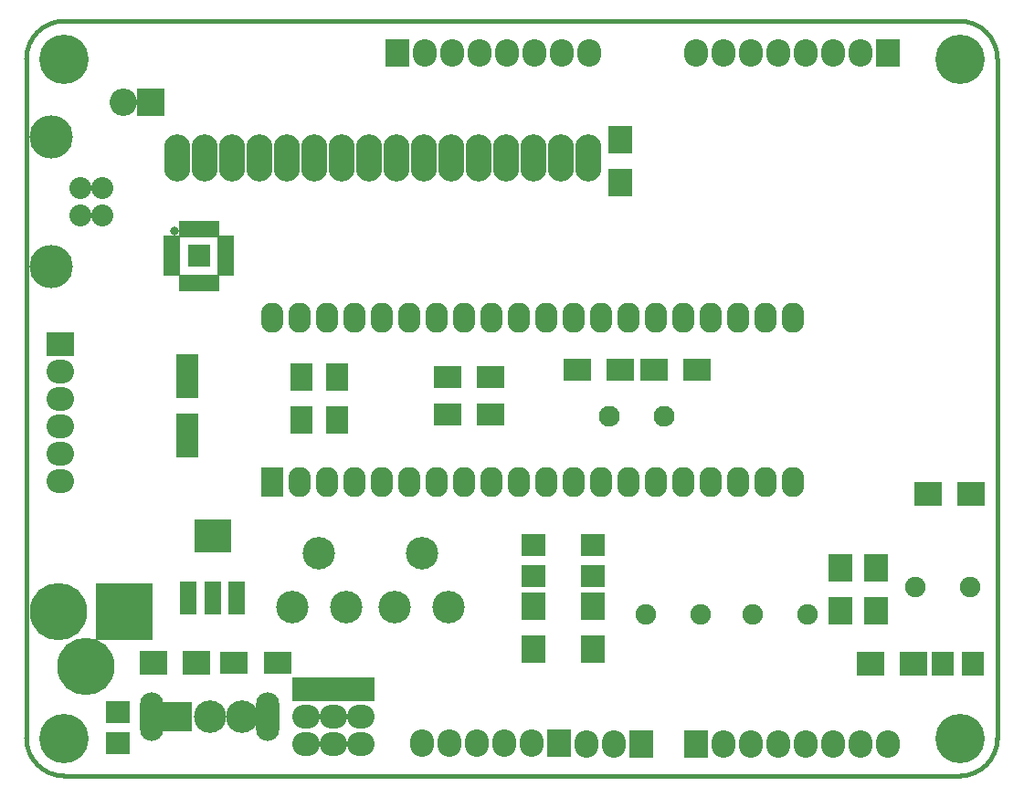
<source format=gbr>
G04 #@! TF.FileFunction,Soldermask,Top*
%FSLAX46Y46*%
G04 Gerber Fmt 4.6, Leading zero omitted, Abs format (unit mm)*
G04 Created by KiCad (PCBNEW 4.0.1-stable) date 04-Oct-16 9:16:03 AM*
%MOMM*%
G01*
G04 APERTURE LIST*
%ADD10C,0.150000*%
%ADD11C,0.381000*%
%ADD12C,2.032000*%
%ADD13C,4.008000*%
%ADD14R,2.082800X2.794000*%
%ADD15O,2.082800X2.794000*%
%ADD16R,2.108000X2.508000*%
%ADD17R,2.508000X2.108000*%
%ADD18R,2.108200X4.107180*%
%ADD19R,2.105660X2.308860*%
%ADD20R,2.308860X2.105660*%
%ADD21C,4.572000*%
%ADD22R,2.508000X2.208000*%
%ADD23R,2.208000X2.508000*%
%ADD24C,3.007360*%
%ADD25C,1.905000*%
%ADD26C,1.930400*%
%ADD27R,2.540000X2.235200*%
%ADD28O,2.540000X2.235200*%
%ADD29O,2.438400X4.368800*%
%ADD30R,2.235200X2.540000*%
%ADD31O,2.235200X2.540000*%
%ADD32R,1.508760X3.007360*%
%ADD33R,3.507740X3.007360*%
%ADD34R,1.508760X0.739140*%
%ADD35R,0.739140X1.508760*%
%ADD36R,2.009140X2.009140*%
%ADD37C,0.807720*%
%ADD38R,2.540000X2.540000*%
%ADD39O,2.540000X2.540000*%
%ADD40C,5.308600*%
%ADD41R,5.308600X5.308600*%
%ADD42R,2.808000X2.808000*%
%ADD43C,3.008000*%
%ADD44O,2.159000X4.508000*%
G04 APERTURE END LIST*
D10*
D11*
X47500000Y-101000000D02*
X130500000Y-101000000D01*
X44000000Y-34500000D02*
X44000000Y-97500000D01*
X48500000Y-31000000D02*
X47500000Y-31000000D01*
X130500000Y-31000000D02*
X48500000Y-31000000D01*
X134000000Y-97500000D02*
X134000000Y-34500000D01*
X130500000Y-101000000D02*
G75*
G03X134000000Y-97500000I0J3500000D01*
G01*
X44000000Y-97500000D02*
G75*
G03X47500000Y-101000000I3500000J0D01*
G01*
X47500000Y-31000000D02*
G75*
G03X44000000Y-34500000I0J-3500000D01*
G01*
X134000000Y-34500000D02*
G75*
G03X130500000Y-31000000I-3500000J0D01*
G01*
D12*
X51000000Y-46460000D03*
X51000000Y-49000000D03*
X49001020Y-49000000D03*
X49001020Y-46460000D03*
D13*
X46301000Y-41730520D03*
X46301000Y-53729480D03*
D14*
X66804000Y-73771000D03*
D15*
X69344000Y-73771000D03*
X71884000Y-73771000D03*
X74424000Y-73771000D03*
X76964000Y-73771000D03*
X79504000Y-73771000D03*
X82044000Y-73771000D03*
X84584000Y-73771000D03*
X87124000Y-73771000D03*
X89664000Y-73771000D03*
X92204000Y-73771000D03*
X94744000Y-73771000D03*
X97284000Y-73771000D03*
X99824000Y-73771000D03*
X102364000Y-73771000D03*
X104904000Y-73771000D03*
X107444000Y-73771000D03*
X109984000Y-73771000D03*
X112524000Y-73771000D03*
X115064000Y-73771000D03*
X115064000Y-58531000D03*
X112524000Y-58531000D03*
X109984000Y-58531000D03*
X107444000Y-58531000D03*
X104904000Y-58531000D03*
X102364000Y-58531000D03*
X99824000Y-58531000D03*
X97284000Y-58531000D03*
X94744000Y-58531000D03*
X92204000Y-58531000D03*
X89664000Y-58531000D03*
X87124000Y-58531000D03*
X84584000Y-58531000D03*
X82044000Y-58531000D03*
X79504000Y-58531000D03*
X76964000Y-58531000D03*
X74424000Y-58531000D03*
X71884000Y-58531000D03*
X69344000Y-58531000D03*
X66804000Y-58531000D03*
D16*
X72750000Y-64000000D03*
X72750000Y-68000000D03*
X69500000Y-68000000D03*
X69500000Y-64000000D03*
D17*
X63250000Y-90500000D03*
X67250000Y-90500000D03*
X87000000Y-67500000D03*
X83000000Y-67500000D03*
X87000000Y-64000000D03*
X83000000Y-64000000D03*
D18*
X58930000Y-63908180D03*
X58930000Y-69409820D03*
D17*
X95030000Y-63357000D03*
X99030000Y-63357000D03*
X106142000Y-63357000D03*
X102142000Y-63357000D03*
D19*
X128912140Y-90552000D03*
X131751860Y-90552000D03*
D20*
X91000000Y-82419860D03*
X91000000Y-79580140D03*
X96500000Y-82419860D03*
X96500000Y-79580140D03*
X52500000Y-97919860D03*
X52500000Y-95080140D03*
D21*
X47500000Y-34500000D03*
X47500000Y-97500000D03*
X130500000Y-97500000D03*
X130500000Y-34500000D03*
D22*
X131570000Y-74804000D03*
X127570000Y-74804000D03*
X122236000Y-90552000D03*
X126236000Y-90552000D03*
X55750000Y-90500000D03*
X59750000Y-90500000D03*
D23*
X91000000Y-89250000D03*
X91000000Y-85250000D03*
X96500000Y-89250000D03*
X96500000Y-85250000D03*
X99000000Y-46000000D03*
X99000000Y-42000000D03*
X122712000Y-85694000D03*
X122712000Y-81694000D03*
X119410000Y-85694000D03*
X119410000Y-81694000D03*
D24*
X71109360Y-80305640D03*
X73608720Y-85345000D03*
X68610000Y-85345000D03*
X80634360Y-80305640D03*
X83133720Y-85345000D03*
X78135000Y-85345000D03*
D25*
X131475000Y-83440000D03*
X126395000Y-83440000D03*
X101376000Y-85980000D03*
X106456000Y-85980000D03*
X111282000Y-85980000D03*
X116362000Y-85980000D03*
D26*
X103126000Y-67675000D03*
X98046000Y-67675000D03*
D27*
X69880000Y-92965000D03*
D28*
X69880000Y-95505000D03*
X69880000Y-98045000D03*
D27*
X72420000Y-92965000D03*
D28*
X72420000Y-95505000D03*
X72420000Y-98045000D03*
D27*
X74960000Y-92965000D03*
D28*
X74960000Y-95505000D03*
X74960000Y-98045000D03*
D29*
X57942000Y-43689000D03*
X60482000Y-43689000D03*
X63022000Y-43689000D03*
X65562000Y-43689000D03*
X68102000Y-43689000D03*
X70642000Y-43689000D03*
X73182000Y-43689000D03*
X75722000Y-43689000D03*
X78262000Y-43689000D03*
X80802000Y-43689000D03*
X83342000Y-43689000D03*
X85882000Y-43689000D03*
X88422000Y-43689000D03*
X90962000Y-43689000D03*
X93502000Y-43689000D03*
X96042000Y-43689000D03*
D30*
X93375000Y-97918000D03*
D31*
X90835000Y-97918000D03*
X88295000Y-97918000D03*
X85755000Y-97918000D03*
X83215000Y-97918000D03*
X80675000Y-97918000D03*
D30*
X100995000Y-98045000D03*
D31*
X98455000Y-98045000D03*
X95915000Y-98045000D03*
D30*
X106075000Y-98045000D03*
D31*
X108615000Y-98045000D03*
X111155000Y-98045000D03*
X113695000Y-98045000D03*
X116235000Y-98045000D03*
X118775000Y-98045000D03*
X121315000Y-98045000D03*
X123855000Y-98045000D03*
D30*
X78389000Y-33910000D03*
D31*
X80929000Y-33910000D03*
X83469000Y-33910000D03*
X86009000Y-33910000D03*
X88549000Y-33910000D03*
X91089000Y-33910000D03*
X93629000Y-33910000D03*
X96169000Y-33910000D03*
D30*
X123855000Y-33910000D03*
D31*
X121315000Y-33910000D03*
X118775000Y-33910000D03*
X116235000Y-33910000D03*
X113695000Y-33910000D03*
X111155000Y-33910000D03*
X108615000Y-33910000D03*
X106075000Y-33910000D03*
D27*
X47147000Y-60961000D03*
D28*
X47147000Y-63501000D03*
X47147000Y-66041000D03*
X47147000Y-68581000D03*
X47147000Y-71121000D03*
X47147000Y-73661000D03*
D32*
X61250000Y-84500820D03*
X63500440Y-84500820D03*
X58999560Y-84500820D03*
D33*
X61250000Y-78750260D03*
D34*
X57500640Y-54251140D03*
X57500640Y-53750760D03*
X57500640Y-53250380D03*
X57500640Y-52750000D03*
X57500640Y-52249620D03*
X57500640Y-51749240D03*
X57500640Y-51248860D03*
D35*
X58498860Y-50250640D03*
X58999240Y-50250640D03*
X59499620Y-50250640D03*
X60000000Y-50250640D03*
X60500380Y-50250640D03*
X61000760Y-50250640D03*
X61501140Y-50250640D03*
D34*
X62499360Y-51248860D03*
X62499360Y-51749240D03*
X62499360Y-52249620D03*
X62499360Y-52750000D03*
X62499360Y-53250380D03*
X62499360Y-53750760D03*
X62499360Y-54251140D03*
D35*
X61501140Y-55249360D03*
X61000760Y-55249360D03*
X60500380Y-55249360D03*
X60000000Y-55249360D03*
X59499620Y-55249360D03*
X58999240Y-55249360D03*
X58498860Y-55249360D03*
D36*
X60000000Y-52750000D03*
D37*
X57749560Y-50499560D03*
D38*
X55529000Y-38482000D03*
D39*
X52989000Y-38482000D03*
D40*
X47000000Y-85750000D03*
D41*
X53096000Y-85750000D03*
D40*
X49500000Y-90830000D03*
D42*
X57990000Y-95505000D03*
D43*
X60990000Y-95505000D03*
X63990000Y-95505000D03*
D44*
X66390040Y-95505000D03*
X55589960Y-95505000D03*
M02*

</source>
